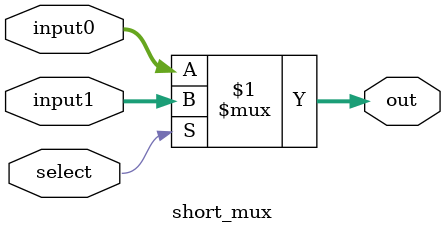
<source format=v>
module short_mux(input0, input1, select, out);
	input [29:0]	input0, input1;
	input		select;
	output [29:0]	out;

	assign out = (select) ? input1 : input0;
endmodule

</source>
